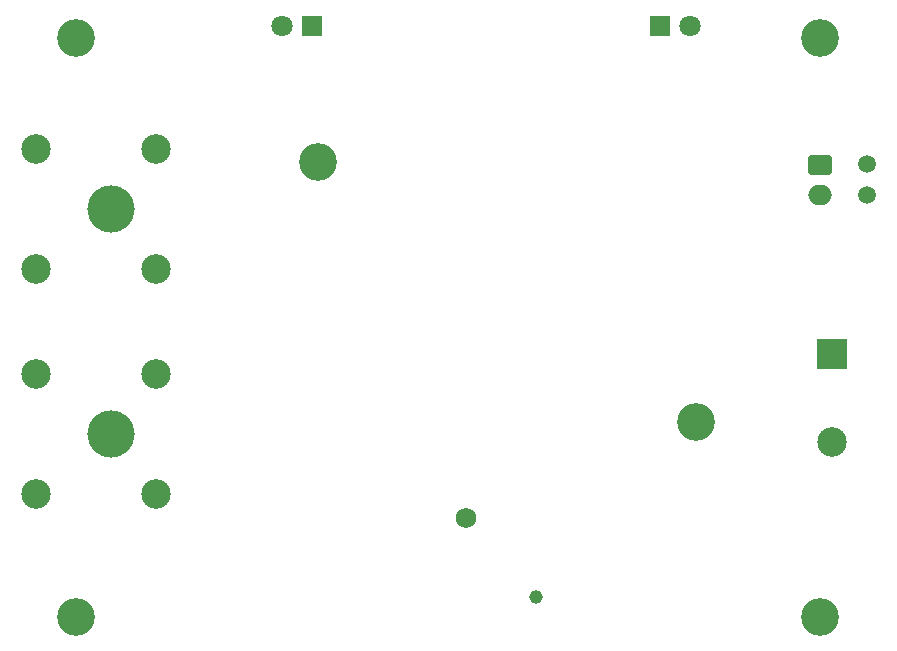
<source format=gbr>
%TF.GenerationSoftware,KiCad,Pcbnew,8.0.4*%
%TF.CreationDate,2025-01-19T21:14:29+01:00*%
%TF.ProjectId,PortableVoltageStandard,506f7274-6162-46c6-9556-6f6c74616765,1.0*%
%TF.SameCoordinates,Original*%
%TF.FileFunction,Soldermask,Bot*%
%TF.FilePolarity,Negative*%
%FSLAX46Y46*%
G04 Gerber Fmt 4.6, Leading zero omitted, Abs format (unit mm)*
G04 Created by KiCad (PCBNEW 8.0.4) date 2025-01-19 21:14:29*
%MOMM*%
%LPD*%
G01*
G04 APERTURE LIST*
G04 Aperture macros list*
%AMRoundRect*
0 Rectangle with rounded corners*
0 $1 Rounding radius*
0 $2 $3 $4 $5 $6 $7 $8 $9 X,Y pos of 4 corners*
0 Add a 4 corners polygon primitive as box body*
4,1,4,$2,$3,$4,$5,$6,$7,$8,$9,$2,$3,0*
0 Add four circle primitives for the rounded corners*
1,1,$1+$1,$2,$3*
1,1,$1+$1,$4,$5*
1,1,$1+$1,$6,$7*
1,1,$1+$1,$8,$9*
0 Add four rect primitives between the rounded corners*
20,1,$1+$1,$2,$3,$4,$5,0*
20,1,$1+$1,$4,$5,$6,$7,0*
20,1,$1+$1,$6,$7,$8,$9,0*
20,1,$1+$1,$8,$9,$2,$3,0*%
G04 Aperture macros list end*
%ADD10RoundRect,0.250000X-0.750000X0.600000X-0.750000X-0.600000X0.750000X-0.600000X0.750000X0.600000X0*%
%ADD11O,2.000000X1.700000*%
%ADD12C,3.200000*%
%ADD13R,2.500000X2.500000*%
%ADD14C,2.500000*%
%ADD15C,4.000000*%
%ADD16C,1.500000*%
%ADD17R,1.800000X1.800000*%
%ADD18C,1.800000*%
%ADD19C,1.750000*%
%ADD20C,1.150000*%
G04 APERTURE END LIST*
D10*
%TO.C,BT1*%
X183000000Y-75275000D03*
D11*
X183000000Y-77775000D03*
%TD*%
D12*
%TO.C,H5*%
X172500000Y-97000000D03*
%TD*%
D13*
%TO.C,J4*%
X184000000Y-91250000D03*
D14*
X184000000Y-98750000D03*
%TD*%
D12*
%TO.C,H3*%
X183000000Y-64500000D03*
%TD*%
D14*
%TO.C,J1*%
X116640000Y-73920000D03*
X116640000Y-84080000D03*
D15*
X123000000Y-79000000D03*
D14*
X126800000Y-73920000D03*
X126800000Y-84080000D03*
%TD*%
D16*
%TO.C,H3*%
X187000000Y-75200000D03*
%TD*%
D17*
%TO.C,D2*%
X140000000Y-63500000D03*
D18*
X137460000Y-63500000D03*
%TD*%
D14*
%TO.C,J3*%
X116640000Y-92970000D03*
X116640000Y-103130000D03*
D15*
X123000000Y-98050000D03*
D14*
X126800000Y-92970000D03*
X126800000Y-103130000D03*
%TD*%
D12*
%TO.C,H2*%
X120000000Y-113500000D03*
%TD*%
D17*
%TO.C,D3*%
X169450000Y-63500000D03*
D18*
X171990000Y-63500000D03*
%TD*%
D12*
%TO.C,H4*%
X183000000Y-113500000D03*
%TD*%
D16*
%TO.C,H3*%
X187000000Y-77800000D03*
%TD*%
D12*
%TO.C,H6*%
X140500000Y-75000000D03*
%TD*%
%TO.C,H1*%
X120000000Y-64500000D03*
%TD*%
D19*
%TO.C,SW1*%
X153000000Y-105150000D03*
D20*
X159000000Y-111850000D03*
%TD*%
M02*

</source>
